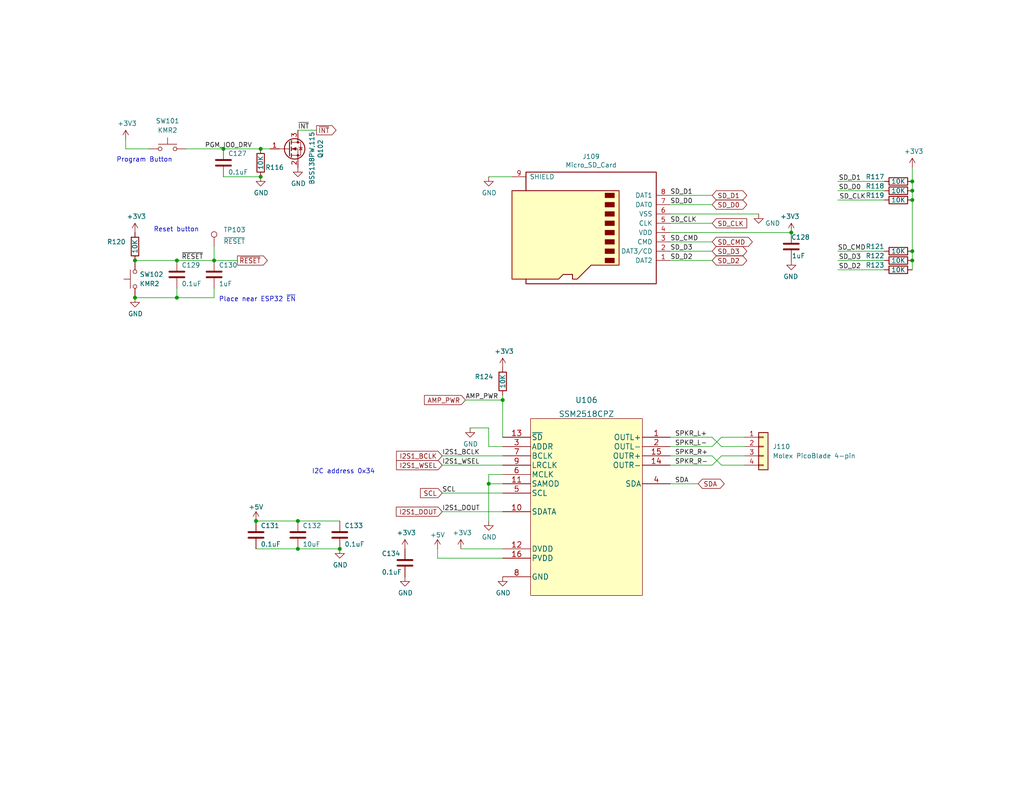
<source format=kicad_sch>
(kicad_sch (version 20211123) (generator eeschema)
  (paper "USLetter")
  (title_block (title "Wroom32 LED Controller") (date "2022-12-06") (rev "4.0.0") (company "Aaron Williams") (comment 1 "Copyright © 2020-2022 by Aaron Williams"))
  (lib_symbols
    (symbol "Aaron:SSM2518CPZ" (pin_names (offset 0.254))
      (property "Reference" "U" (at 0 27.94 0))
      (property "Value" "SSM2518CPZ" (at 0 25.4 0))
      (symbol "SSM2518CPZ_0_1"
        (rectangle (start -15.24 22.86) (end 15.24 -25.4) (fill (type background)))
      )
      (symbol "SSM2518CPZ_1_1"
        (pin output line (at 22.86 17.78 180) (length 7.62) (name "OUTL+") (number "1"))
        (pin input line (at -22.86 -2.54 0) (length 7.62) (name "SDATA") (number "10"))
        (pin input line (at -22.86 5.08 0) (length 7.62) (name "SAMOD") (number "11"))
        (pin power_in line (at -22.86 -12.7 0) (length 7.62) (name "DVDD") (number "12"))
        (pin input line (at -22.86 17.78 0) (length 7.62) (name "~{SD}") (number "13"))
        (pin output line (at 22.86 10.16 180) (length 7.62) (name "OUTR-") (number "14"))
        (pin output line (at 22.86 12.7 180) (length 7.62) (name "OUTR+") (number "15"))
        (pin power_in line (at -22.86 -15.24 0) (length 7.62) (name "PVDD") (number "16"))
        (pin passive line (at -22.86 -20.32 0) (length 7.62) hide (name "GND") (number "17"))
        (pin passive line (at -22.86 -20.32 0) (length 7.62) hide (name "GND") (number "18"))
        (pin passive line (at -22.86 -20.32 0) (length 7.62) hide (name "GND") (number "19"))
        (pin output line (at 22.86 15.24 180) (length 7.62) (name "OUTL-") (number "2"))
        (pin passive line (at -22.86 -15.24 0) (length 7.62) hide (name "PVDD") (number "20"))
        (pin passive line (at -22.86 -20.32 0) (length 7.62) hide (name "GND") (number "21"))
        (pin input line (at -22.86 15.24 0) (length 7.62) (name "ADDR") (number "3"))
        (pin bidirectional line (at 22.86 5.08 180) (length 7.62) (name "SDA") (number "4"))
        (pin input line (at -22.86 2.54 0) (length 7.62) (name "SCL") (number "5"))
        (pin input line (at -22.86 7.62 0) (length 7.62) (name "MCLK") (number "6"))
        (pin input line (at -22.86 12.7 0) (length 7.62) (name "BCLK") (number "7"))
        (pin power_in line (at -22.86 -20.32 0) (length 7.62) (name "GND") (number "8"))
        (pin input line (at -22.86 10.16 0) (length 7.62) (name "LRCLK") (number "9"))
      )
    )
    (symbol "Connector:TestPoint" (pin_numbers hide) (pin_names (offset 0.762) hide)
      (property "Reference" "TP" (at 0 6.858 0))
      (property "Value" "TestPoint" (at 0 5.08 0))
      (symbol "TestPoint_0_1"
        (circle (center 0 3.302) (radius 0.762))
      )
      (symbol "TestPoint_1_1"
        (pin passive line (at 0 0 90) (length 2.54) (name "1") (number "1"))
      )
    )
    (symbol "Connector_Generic:Conn_01x04" (pin_names (offset 1.016) hide)
      (property "Reference" "J" (at 0 5.08 0))
      (property "Value" "Conn_01x04" (at 0 -7.62 0))
      (symbol "Conn_01x04_1_1"
        (rectangle (start -1.27 -4.953) (end 0 -5.207) (stroke (width 0.1524)))
        (rectangle (start -1.27 -2.413) (end 0 -2.667) (stroke (width 0.1524)))
        (rectangle (start -1.27 0.127) (end 0 -0.127) (stroke (width 0.1524)))
        (rectangle (start -1.27 2.667) (end 0 2.413) (stroke (width 0.1524)))
        (rectangle (start -1.27 3.81) (end 1.27 -6.35) (stroke (width 0.254)) (fill (type background)))
        (pin passive line (at -5.08 2.54 0) (length 3.81) (name "Pin_1") (number "1"))
        (pin passive line (at -5.08 0 0) (length 3.81) (name "Pin_2") (number "2"))
        (pin passive line (at -5.08 -2.54 0) (length 3.81) (name "Pin_3") (number "3"))
        (pin passive line (at -5.08 -5.08 0) (length 3.81) (name "Pin_4") (number "4"))
      )
    )
    (symbol "Device:C" (pin_numbers hide) (pin_names (offset 0.254))
      (property "Reference" "C" (at 0.635 2.54 0))
      (property "Value" "C" (at 0.635 -2.54 0))
      (symbol "C_0_1"
        (polyline (pts (xy -2.032 -0.762) (xy 2.032 -0.762)) (stroke (width 0.508)))
        (polyline (pts (xy -2.032 0.762) (xy 2.032 0.762)) (stroke (width 0.508)))
      )
      (symbol "C_1_1"
        (pin passive line (at 0 3.81 270) (length 2.794) (name "~") (number "1"))
        (pin passive line (at 0 -3.81 90) (length 2.794) (name "~") (number "2"))
      )
    )
    (symbol "Device:R" (pin_numbers hide) (pin_names (offset 0))
      (property "Reference" "R" (at 2.032 0 90))
      (property "Value" "R" (at 0 0 90))
      (symbol "R_0_1"
        (rectangle (start -1.016 -2.54) (end 1.016 2.54) (stroke (width 0.254)))
      )
      (symbol "R_1_1"
        (pin passive line (at 0 3.81 270) (length 1.27) (name "~") (number "1"))
        (pin passive line (at 0 -3.81 90) (length 1.27) (name "~") (number "2"))
      )
    )
    (symbol "Switch:SW_Push" (pin_numbers hide) (pin_names (offset 1.016) hide)
      (property "Reference" "SW" (at 1.27 2.54 0))
      (property "Value" "SW_Push" (at 0 -1.524 0))
      (symbol "SW_Push_0_1"
        (circle (center -2.032 0) (radius 0.508))
        (polyline (pts (xy 0 1.27) (xy 0 3.048)))
        (polyline (pts (xy 2.54 1.27) (xy -2.54 1.27)))
        (circle (center 2.032 0) (radius 0.508))
        (pin passive line (at -5.08 0 0) (length 2.54) (name "1") (number "1"))
        (pin passive line (at 5.08 0 180) (length 2.54) (name "2") (number "2"))
      )
    )
    (symbol "Transistor_FET:BSS138" (pin_names hide)
      (property "Reference" "Q" (at 5.08 1.905 0))
      (property "Value" "BSS138" (at 5.08 0 0))
      (symbol "BSS138_0_1"
        (polyline (pts (xy 0.254 0) (xy -2.54 0)))
        (polyline (pts (xy 0.254 1.905) (xy 0.254 -1.905)) (stroke (width 0.254)))
        (polyline (pts (xy 0.762 -1.27) (xy 0.762 -2.286)) (stroke (width 0.254)))
        (polyline (pts (xy 0.762 0.508) (xy 0.762 -0.508)) (stroke (width 0.254)))
        (polyline (pts (xy 0.762 2.286) (xy 0.762 1.27)) (stroke (width 0.254)))
        (polyline (pts (xy 2.54 2.54) (xy 2.54 1.778)))
        (polyline (pts (xy 2.54 -2.54) (xy 2.54 0) (xy 0.762 0)))
        (polyline (pts (xy 0.762 -1.778) (xy 3.302 -1.778) (xy 3.302 1.778) (xy 0.762 1.778)))
        (polyline (pts (xy 1.016 0) (xy 2.032 0.381) (xy 2.032 -0.381) (xy 1.016 0)) (fill (type outline)))
        (polyline (pts (xy 2.794 0.508) (xy 2.921 0.381) (xy 3.683 0.381) (xy 3.81 0.254)))
        (polyline (pts (xy 3.302 0.381) (xy 2.921 -0.254) (xy 3.683 -0.254) (xy 3.302 0.381)))
        (circle (center 1.651 0) (radius 2.794) (stroke (width 0.254)))
        (circle (center 2.54 -1.778) (radius 0.254) (fill (type outline)))
        (circle (center 2.54 1.778) (radius 0.254) (fill (type outline)))
      )
      (symbol "BSS138_1_1"
        (pin input line (at -5.08 0 0) (length 2.54) (name "G") (number "1"))
        (pin passive line (at 2.54 -5.08 90) (length 2.54) (name "S") (number "2"))
        (pin passive line (at 2.54 5.08 270) (length 2.54) (name "D") (number "3"))
      )
    )
    (symbol "led-controller-wrover32-rescue:Micro_SD_Card-Connector" (pin_names (offset 1.016))
      (property "Reference" "J" (at -16.51 15.24 0))
      (property "Value" "Micro_SD_Card-Connector" (at 16.51 15.24 0))
      (symbol "Micro_SD_Card-Connector_0_1"
        (rectangle (start -7.62 -9.525) (end -5.08 -10.795) (fill (type outline)))
        (rectangle (start -7.62 -6.985) (end -5.08 -8.255) (fill (type outline)))
        (rectangle (start -7.62 -4.445) (end -5.08 -5.715) (fill (type outline)))
        (rectangle (start -7.62 -1.905) (end -5.08 -3.175) (fill (type outline)))
        (rectangle (start -7.62 0.635) (end -5.08 -0.635) (fill (type outline)))
        (rectangle (start -7.62 3.175) (end -5.08 1.905) (fill (type outline)))
        (rectangle (start -7.62 5.715) (end -5.08 4.445) (fill (type outline)))
        (rectangle (start -7.62 8.255) (end -5.08 6.985) (fill (type outline)))
        (polyline (pts (xy 16.51 12.7) (xy 16.51 13.97) (xy -19.05 13.97) (xy -19.05 -16.51) (xy 16.51 -16.51) (xy 16.51 -11.43)) (stroke (width 0.254)))
        (polyline (pts (xy -8.89 -11.43) (xy -8.89 8.89) (xy -1.27 8.89) (xy 2.54 12.7) (xy 3.81 12.7) (xy 3.81 11.43) (xy 6.35 11.43) (xy 7.62 12.7) (xy 20.32 12.7) (xy 20.32 -11.43) (xy -8.89 -11.43)) (stroke (width 0.254)) (fill (type background)))
      )
      (symbol "Micro_SD_Card-Connector_1_1"
        (pin bidirectional line (at -22.86 7.62 0) (length 3.81) (name "DAT2") (number "1"))
        (pin bidirectional line (at -22.86 5.08 0) (length 3.81) (name "DAT3/CD") (number "2"))
        (pin input line (at -22.86 2.54 0) (length 3.81) (name "CMD") (number "3"))
        (pin power_in line (at -22.86 0 0) (length 3.81) (name "VDD") (number "4"))
        (pin input line (at -22.86 -2.54 0) (length 3.81) (name "CLK") (number "5"))
        (pin power_in line (at -22.86 -5.08 0) (length 3.81) (name "VSS") (number "6"))
        (pin input line (at -22.86 -7.62 0) (length 3.81) (name "DAT0") (number "7"))
        (pin input line (at -22.86 -10.16 0) (length 3.81) (name "DAT1") (number "8"))
        (pin passive line (at 20.32 -15.24 180) (length 3.81) (name "SHIELD") (number "9"))
      )
    )
    (symbol "power:+3.3V" (power) (pin_names (offset 0))
      (property "Value" "+3.3V" (at 0 3.556 0))
      (symbol "+3.3V_0_1"
        (polyline (pts (xy -0.762 1.27) (xy 0 2.54)))
        (polyline (pts (xy 0 0) (xy 0 2.54)))
        (polyline (pts (xy 0 2.54) (xy 0.762 1.27)))
      )
      (symbol "+3.3V_1_1"
        (pin power_in line (at 0 0 90) (length 0) hide (name "+3V3") (number "1"))
      )
    )
    (symbol "power:+5V" (power) (pin_names (offset 0))
      (property "Value" "+5V" (at 0 3.556 0))
      (symbol "+5V_0_1"
        (polyline (pts (xy -0.762 1.27) (xy 0 2.54)))
        (polyline (pts (xy 0 0) (xy 0 2.54)))
        (polyline (pts (xy 0 2.54) (xy 0.762 1.27)))
      )
      (symbol "+5V_1_1"
        (pin power_in line (at 0 0 90) (length 0) hide (name "+5V") (number "1"))
      )
    )
    (symbol "power:GND" (power) (pin_names (offset 0))
      (property "Value" "GND" (at 0 -3.81 0))
      (symbol "GND_0_1"
        (polyline (pts (xy 0 0) (xy 0 -1.27) (xy 1.27 -1.27) (xy 0 -2.54) (xy -1.27 -1.27) (xy 0 -1.27)))
      )
      (symbol "GND_1_1"
        (pin power_in line (at 0 0 270) (length 0) hide (name "GND") (number "1"))
      )
    )
  )
  (junction (at 71.12 40.64))
  (junction (at 248.92 54.61))
  (junction (at 137.16 109.22))
  (junction (at 248.92 52.07))
  (junction (at 248.92 71.12))
  (junction (at 81.28 149.86))
  (junction (at 36.83 71.12))
  (junction (at 48.26 81.28))
  (junction (at 60.96 40.64))
  (junction (at 133.35 132.08))
  (junction (at 69.85 142.24))
  (junction (at 71.12 48.26))
  (junction (at 215.9 63.5))
  (junction (at 81.28 142.24))
  (junction (at 48.26 71.12))
  (junction (at 58.42 71.12))
  (junction (at 248.92 49.53))
  (junction (at 248.92 68.58))
  (junction (at 36.83 81.28))
  (junction (at 92.71 149.86))
  (wire (pts (xy 182.88 121.92) (xy 194.31 121.92)))
  (wire (pts (xy 248.92 49.53) (xy 248.92 52.07)))
  (wire (pts (xy 182.88 60.96) (xy 194.31 60.96)))
  (wire (pts (xy 36.83 81.28) (xy 48.26 81.28)))
  (wire (pts (xy 241.3 49.53) (xy 228.6 49.53)))
  (wire (pts (xy 119.38 149.86) (xy 119.38 152.4)))
  (wire (pts (xy 194.31 121.92) (xy 196.85 119.38)))
  (wire (pts (xy 196.85 124.46) (xy 203.2 124.46)))
  (wire (pts (xy 228.6 71.12) (xy 241.3 71.12)))
  (wire (pts (xy 133.35 121.92) (xy 137.16 121.92)))
  (wire (pts (xy 92.71 142.24) (xy 81.28 142.24)))
  (wire (pts (xy 182.88 124.46) (xy 194.31 124.46)))
  (wire (pts (xy 120.65 127) (xy 137.16 127)))
  (wire (pts (xy 120.65 124.46) (xy 137.16 124.46)))
  (wire (pts (xy 120.65 134.62) (xy 137.16 134.62)))
  (wire (pts (xy 133.35 129.54) (xy 133.35 132.08)))
  (wire (pts (xy 73.66 40.64) (xy 71.12 40.64)))
  (wire (pts (xy 60.96 40.64) (xy 71.12 40.64)))
  (wire (pts (xy 194.31 119.38) (xy 196.85 121.92)))
  (wire (pts (xy 137.16 132.08) (xy 133.35 132.08)))
  (wire (pts (xy 128.27 116.84) (xy 133.35 116.84)))
  (wire (pts (xy 228.6 73.66) (xy 241.3 73.66)))
  (wire (pts (xy 48.26 71.12) (xy 58.42 71.12)))
  (wire (pts (xy 92.71 149.86) (xy 81.28 149.86)))
  (wire (pts (xy 120.65 139.7) (xy 137.16 139.7)))
  (wire (pts (xy 58.42 67.31) (xy 58.42 71.12)))
  (wire (pts (xy 119.38 152.4) (xy 137.16 152.4)))
  (wire (pts (xy 248.92 68.58) (xy 248.92 71.12)))
  (wire (pts (xy 196.85 127) (xy 203.2 127)))
  (wire (pts (xy 228.6 54.61) (xy 241.3 54.61)))
  (wire (pts (xy 81.28 149.86) (xy 69.85 149.86)))
  (wire (pts (xy 194.31 127) (xy 196.85 124.46)))
  (wire (pts (xy 36.83 71.12) (xy 48.26 71.12)))
  (wire (pts (xy 133.35 48.26) (xy 139.7 48.26)))
  (wire (pts (xy 133.35 116.84) (xy 133.35 121.92)))
  (wire (pts (xy 248.92 54.61) (xy 248.92 68.58)))
  (wire (pts (xy 228.6 68.58) (xy 241.3 68.58)))
  (wire (pts (xy 182.88 132.08) (xy 190.5 132.08)))
  (wire (pts (xy 81.28 35.56) (xy 86.36 35.56)))
  (wire (pts (xy 248.92 71.12) (xy 248.92 73.66)))
  (wire (pts (xy 194.31 124.46) (xy 196.85 127)))
  (wire (pts (xy 196.85 121.92) (xy 203.2 121.92)))
  (wire (pts (xy 81.28 142.24) (xy 69.85 142.24)))
  (wire (pts (xy 182.88 55.88) (xy 194.31 55.88)))
  (wire (pts (xy 137.16 119.38) (xy 137.16 109.22)))
  (wire (pts (xy 196.85 119.38) (xy 203.2 119.38)))
  (wire (pts (xy 228.6 52.07) (xy 241.3 52.07)))
  (wire (pts (xy 60.96 48.26) (xy 71.12 48.26)))
  (wire (pts (xy 182.88 127) (xy 194.31 127)))
  (wire (pts (xy 125.73 149.86) (xy 137.16 149.86)))
  (wire (pts (xy 58.42 71.12) (xy 64.77 71.12)))
  (wire (pts (xy 182.88 119.38) (xy 194.31 119.38)))
  (wire (pts (xy 248.92 52.07) (xy 248.92 54.61)))
  (wire (pts (xy 127 109.22) (xy 137.16 109.22)))
  (wire (pts (xy 182.88 66.04) (xy 194.31 66.04)))
  (wire (pts (xy 182.88 63.5) (xy 215.9 63.5)))
  (wire (pts (xy 182.88 71.12) (xy 194.31 71.12)))
  (wire (pts (xy 58.42 81.28) (xy 48.26 81.28)))
  (wire (pts (xy 137.16 107.95) (xy 137.16 109.22)))
  (wire (pts (xy 34.29 40.64) (xy 40.64 40.64)))
  (wire (pts (xy 182.88 53.34) (xy 194.31 53.34)))
  (wire (pts (xy 182.88 68.58) (xy 194.31 68.58)))
  (wire (pts (xy 50.8 40.64) (xy 60.96 40.64)))
  (wire (pts (xy 34.29 40.64) (xy 34.29 38.1)))
  (wire (pts (xy 137.16 129.54) (xy 133.35 129.54)))
  (wire (pts (xy 48.26 78.74) (xy 48.26 81.28)))
  (wire (pts (xy 133.35 132.08) (xy 133.35 142.24)))
  (wire (pts (xy 182.88 58.42) (xy 207.01 58.42)))
  (wire (pts (xy 248.92 45.72) (xy 248.92 49.53)))
  (wire (pts (xy 58.42 78.74) (xy 58.42 81.28)))
  (text "Program Button" (at 31.75 44.45 0) (effects (font (size 1.27 1.27)) (justify left bottom)))
  (text "Place near ESP32 ~{EN}" (at 59.69 82.55 0) (effects (font (size 1.27 1.27)) (justify left bottom)))
  (text "Reset button" (at 41.91 63.5 0) (effects (font (size 1.27 1.27)) (justify left bottom)))
  (text "I2C address 0x34" (at 85.09 129.54 0) (effects (font (size 1.27 1.27)) (justify left bottom)))
  (label "I2S1_BCLK" (at 120.65 124.46 0))
  (label "SPKR_L+" (at 184.15 119.38 0))
  (label "SD_D3" (at 182.88 68.58 0))
  (label "SD_CLK" (at 182.88 60.96 0))
  (label "PGM_IO0_DRV" (at 55.88 40.64 0))
  (label "AMP_PWR" (at 127 109.22 0))
  (label "I2S1_WSEL" (at 120.65 127 0))
  (label "SD_CMD" (at 182.88 66.04 0))
  (label "SD_D2" (at 182.88 71.12 0))
  (label "I2S1_DOUT" (at 120.65 139.7 0))
  (label "SD_D1" (at 234.95 49.53 180))
  (label "SD_D1" (at 182.88 53.34 0))
  (label "SPKR_R+" (at 184.15 124.46 0))
  (label "SD_D3" (at 234.95 71.12 180))
  (label "SD_CLK" (at 236.22 54.61 180))
  (label "SD_D2" (at 234.95 73.66 180))
  (label "SD_D0" (at 234.95 52.07 180))
  (label "~{RESET}" (at 49.53 71.12 0))
  (label "SPKR_L-" (at 184.15 121.92 0))
  (label "SPKR_R-" (at 184.15 127 0))
  (label "SD_CMD" (at 236.22 68.58 180))
  (label "~{INT}" (at 81.28 35.56 0))
  (label "SD_D0" (at 182.88 55.88 0))
  (label "SDA" (at 184.15 132.08 0))
  (label "SCL" (at 120.65 134.62 0))
  (global_label "SD_D3" (shape bidirectional) (at 194.31 68.58 0) (property "Intersheet References" "${INTERSHEET_REFS}" (effects hide)))
  (global_label "~{INT}" (shape output) (at 86.36 35.56 0) (property "Intersheet References" "${INTERSHEET_REFS}" (effects hide)))
  (global_label "SD_CLK" (shape input) (at 194.31 60.96 0) (property "Intersheet References" "${INTERSHEET_REFS}" (effects hide)))
  (global_label "SDA" (shape bidirectional) (at 190.5 132.08 0) (property "Intersheet References" "${INTERSHEET_REFS}" (effects hide)))
  (global_label "SCL" (shape input) (at 120.65 134.62 180) (property "Intersheet References" "${INTERSHEET_REFS}" (effects hide)))
  (global_label "AMP_PWR" (shape input) (at 127 109.22 180) (property "Intersheet References" "${INTERSHEET_REFS}" (effects hide)))
  (global_label "I2S1_BCLK" (shape input) (at 120.65 124.46 180) (property "Intersheet References" "${INTERSHEET_REFS}" (effects hide)))
  (global_label "SD_CMD" (shape bidirectional) (at 194.31 66.04 0) (property "Intersheet References" "${INTERSHEET_REFS}" (effects hide)))
  (global_label "SD_D2" (shape bidirectional) (at 194.31 71.12 0) (property "Intersheet References" "${INTERSHEET_REFS}" (effects hide)))
  (global_label "SD_D1" (shape bidirectional) (at 194.31 53.34 0) (property "Intersheet References" "${INTERSHEET_REFS}" (effects hide)))
  (global_label "SD_D0" (shape bidirectional) (at 194.31 55.88 0) (property "Intersheet References" "${INTERSHEET_REFS}" (effects hide)))
  (global_label "I2S1_WSEL" (shape input) (at 120.65 127 180) (property "Intersheet References" "${INTERSHEET_REFS}" (effects hide)))
  (global_label "I2S1_DOUT" (shape input) (at 120.65 139.7 180) (property "Intersheet References" "${INTERSHEET_REFS}" (effects hide)))
  (global_label "~{RESET}" (shape output) (at 64.77 71.12 0) (property "Intersheet References" "${INTERSHEET_REFS}" (effects hide)))
  (symbol (lib_id "Device:C") (at 60.96 44.45 0) (unit 1)
    (property "Reference" "C127" (at 62.23 41.91 0) (effects (justify left)))
    (property "Value" "0.1uF" (at 62.23 46.99 0) (effects (justify left)))
    (property "Footprint" "Capacitor_SMD:C_0402_1005Metric" (effects hide))
    (property "SPR" "Digikey" (effects hide))
  )
  (symbol (lib_id "power:GND") (at 71.12 48.26 0) (unit 1)
    (property "Reference" "#PWR0157" (effects hide))
    (property "Value" "GND" (at 71.247 52.6542 0))
  )
  (symbol (lib_id "power:+3.3V") (at 34.29 38.1 0) (unit 1)
    (property "Reference" "#PWR0154" (effects hide))
    (property "Value" "+3.3V" (at 34.671 33.7058 0))
  )
  (symbol (lib_id "power:GND") (at 81.28 45.72 0) (unit 1)
    (property "Reference" "#PWR0155" (effects hide))
    (property "Value" "GND" (at 81.407 50.1142 0))
  )
  (symbol (lib_id "power:+3.3V") (at 36.83 63.5 0) (unit 1)
    (property "Reference" "#PWR0160" (effects hide))
    (property "Value" "+3.3V" (at 37.211 59.1058 0))
  )
  (symbol (lib_id "Device:C") (at 58.42 74.93 0) (unit 1)
    (property "Reference" "C130" (at 59.69 72.39 0) (effects (justify left)))
    (property "Value" "1uF" (at 59.69 77.47 0) (effects (justify left)))
    (property "Footprint" "Capacitor_SMD:C_0402_1005Metric" (effects hide))
    (property "DESC" "CAP CER 1UF 25V X5R 0402" (effects hide))
    (property "Digi-Key_PN" "490-GRM155R61E105MA12JCT-ND" (effects hide))
    (property "MANUFACTURER" "Murata Electronics" (effects hide))
    (property "MFR" "Murata Electronics" (effects hide))
    (property "MPN" "GRM155R61E105MA12J" (effects hide))
    (property "Manufacturer" "Murata Electronics" (effects hide))
    (property "Manufacturer Part Number" "GRM155R61E105MA12J" (effects hide))
    (property "SPN" "490-GRM155R61E105MA12JCT-ND" (effects hide))
    (property "SPR" "Digikey" (effects hide))
    (property "SPURL" "https://www.digikey.com/en/products/detail/murata-electronics/GRM155R61E105MA12J/16033918" (effects hide))
  )
  (symbol (lib_id "power:GND") (at 36.83 81.28 0) (unit 1)
    (property "Reference" "#PWR0163" (effects hide))
    (property "Value" "GND" (at 36.957 85.6742 0))
  )
  (symbol (lib_id "Transistor_FET:BSS138") (at 78.74 40.64 0) (unit 1)
    (property "Reference" "Q102" (at 87.4268 40.64 90))
    (property "Value" "BSS138PW,115" (at 85.09 43.18 90))
    (property "Footprint" "Package_TO_SOT_SMD:SOT-323_SC-70" (effects hide))
    (property "Datasheet" "https://assets.nexperia.com/documents/data-sheet/BSS138PW.pdf" (effects hide))
    (property "MFR" "Nexperia USA Inc." (effects hide))
    (property "MPN" "BSS138PW,115" (effects hide))
    (property "SPR" "Digikey" (effects hide))
    (property "SPN" "1727-1143-1-ND" (effects hide))
    (property "SPURL" "https://www.digikey.com/en/products/detail/nexperia-usa-inc/BSS138PW-115/2779826" (effects hide))
    (property "DESC" "N-Channel 60 V 320mA (Ta) 260mW (Ta), 830mW (Tc) Surface Mount SOT-323" (effects hide))
    (property "DK_Detail_Page" "https://www.digikey.com/en/products/detail/nexperia-usa-inc/BSS138PW-115/2779826" (effects hide))
    (property "Description" "MOSFET N-CH 60V 320MA SOT323" (effects hide))
    (property "Digi-Key_PN" "1727-1143-1-ND" (effects hide))
    (property "MANUFACTURER" "Nexperia USA Inc." (effects hide))
    (property "Manufacturer" "Nexperia USA Inc." (effects hide))
    (property "Manufacturer Part Number" "BSS138PW,115" (effects hide))
  )
  (symbol (lib_id "power:GND") (at 110.49 157.48 0) (unit 1)
    (property "Reference" "#PWR0172" (effects hide))
    (property "Value" "GND" (at 110.617 161.8742 0))
  )
  (symbol (lib_id "Device:R") (at 245.11 49.53 90) (unit 1)
    (property "Reference" "R117" (at 238.76 48.26 90))
    (property "Value" "10K" (at 245.11 49.53 90))
    (property "Footprint" "Resistor_SMD:R_0402_1005Metric" (effects hide))
    (property "MFR" "YAGEO" (effects hide))
    (property "MPN" "RC0402FR-0710KL" (effects hide))
    (property "SPR" "Digikey" (effects hide))
    (property "SPN" "311-10.0KLRCT-ND" (effects hide))
    (property "SPURL" "https://www.digikey.com/en/products/detail/yageo/RC0402FR-0710KL/726523" (effects hide))
    (property "DESC" "10 kOhms ±1% 0.063W, 1/16W Chip Resistor 0402 (1005 Metric) Moisture Resistant Thick Film" (effects hide))
    (property "Description" "10 kOhms ±1% 0.063W, 1/16W Chip Resistor 0402 (1005 Metric) Moisture Resistant Thick Film" (effects hide))
    (property "Digi-Key_PN" "311-10.0KLRCT-ND" (effects hide))
    (property "MANUFACTURER" "YAGEO" (effects hide))
    (property "Manufacturer" "YAGEO" (effects hide))
    (property "Manufacturer Part Number" "RC0402FR-0710KL" (effects hide))
  )
  (symbol (lib_id "power:+3.3V") (at 248.92 45.72 0) (unit 1)
    (property "Reference" "#PWR0156" (effects hide))
    (property "Value" "+3.3V" (at 249.301 41.3258 0))
  )
  (symbol (lib_id "power:GND") (at 128.27 116.84 0) (unit 1)
    (property "Reference" "#PWR0165" (effects hide))
    (property "Value" "GND" (at 128.397 121.2342 0))
  )
  (symbol (lib_id "Device:C") (at 69.85 146.05 0) (unit 1)
    (property "Reference" "C131" (at 71.12 143.51 0) (effects (justify left)))
    (property "Value" "0.1uF" (at 71.12 148.59 0) (effects (justify left)))
    (property "Footprint" "Capacitor_SMD:C_0402_1005Metric" (effects hide))
    (property "SPR" "Digikey" (effects hide))
  )
  (symbol (lib_id "Connector_Generic:Conn_01x04") (at 208.28 121.92 0) (unit 1)
    (property "Reference" "J110" (at 210.82 121.9199 0) (effects (justify left)))
    (property "Value" "Molex PicoBlade 4-pin" (at 210.82 124.4599 0) (effects (justify left)))
    (property "Footprint" "Connector_Molex:Molex_PicoBlade_53047-0410_1x04_P1.25mm_Vertical" (effects hide))
    (property "Datasheet" "https://www.digikey.com/en/products/detail/molex/0530470460/www.molex.com/pdm_docs/sd/530470460_sd.pdf" (effects hide))
    (property "DESC" "Connector Header Through Hole 4 position 0.049\" (1.25mm)" (effects hide))
    (property "Description" "Connector Header Through Hole 4 position 0.049\" (1.25mm)" (effects hide))
    (property "MANUFACTURER" "Molex" (effects hide))
    (property "MFR" "Molex" (effects hide))
    (property "MPN" "0530470460" (effects hide))
    (property "Manufacturer" "Molex" (effects hide))
    (property "Manufacturer Part Number" "0530470460" (effects hide))
    (property "SPN" "900-0530470460-ND" (effects hide))
    (property "SPR" "Digikey" (effects hide))
    (property "SPURL" "https://www.digikey.com/en/products/detail/molex/0530470460/15622924" (effects hide))
  )
  (symbol (lib_id "Device:R") (at 245.11 71.12 90) (unit 1)
    (property "Reference" "R122" (at 238.76 69.85 90))
    (property "Value" "10K" (at 245.11 71.12 90))
    (property "Footprint" "Resistor_SMD:R_0402_1005Metric" (effects hide))
    (property "MFR" "YAGEO" (effects hide))
    (property "MPN" "RC0402FR-0710KL" (effects hide))
    (property "SPR" "Digikey" (effects hide))
    (property "SPN" "311-10.0KLRCT-ND" (effects hide))
    (property "SPURL" "https://www.digikey.com/en/products/detail/yageo/RC0402FR-0710KL/726523" (effects hide))
    (property "DESC" "10 kOhms ±1% 0.063W, 1/16W Chip Resistor 0402 (1005 Metric) Moisture Resistant Thick Film" (effects hide))
    (property "Description" "10 kOhms ±1% 0.063W, 1/16W Chip Resistor 0402 (1005 Metric) Moisture Resistant Thick Film" (effects hide))
    (property "Digi-Key_PN" "311-10.0KLRCT-ND" (effects hide))
    (property "MANUFACTURER" "YAGEO" (effects hide))
    (property "Manufacturer" "YAGEO" (effects hide))
    (property "Manufacturer Part Number" "RC0402FR-0710KL" (effects hide))
  )
  (symbol (lib_id "Device:R") (at 245.11 54.61 90) (unit 1)
    (property "Reference" "R119" (at 238.76 53.34 90))
    (property "Value" "10K" (at 245.11 54.61 90))
    (property "Footprint" "Resistor_SMD:R_0402_1005Metric" (effects hide))
    (property "MFR" "YAGEO" (effects hide))
    (property "MPN" "RC0402FR-0710KL" (effects hide))
    (property "SPR" "Digikey" (effects hide))
    (property "SPN" "311-10.0KLRCT-ND" (effects hide))
    (property "SPURL" "https://www.digikey.com/en/products/detail/yageo/RC0402FR-0710KL/726523" (effects hide))
    (property "DESC" "10 kOhms ±1% 0.063W, 1/16W Chip Resistor 0402 (1005 Metric) Moisture Resistant Thick Film" (effects hide))
    (property "Description" "10 kOhms ±1% 0.063W, 1/16W Chip Resistor 0402 (1005 Metric) Moisture Resistant Thick Film" (effects hide))
    (property "Digi-Key_PN" "311-10.0KLRCT-ND" (effects hide))
    (property "MANUFACTURER" "YAGEO" (effects hide))
    (property "Manufacturer" "YAGEO" (effects hide))
    (property "Manufacturer Part Number" "RC0402FR-0710KL" (effects hide))
  )
  (symbol (lib_id "Device:R") (at 245.11 73.66 90) (unit 1)
    (property "Reference" "R123" (at 238.76 72.39 90))
    (property "Value" "10K" (at 245.11 73.66 90))
    (property "Footprint" "Resistor_SMD:R_0402_1005Metric" (effects hide))
    (property "MFR" "YAGEO" (effects hide))
    (property "MPN" "RC0402FR-0710KL" (effects hide))
    (property "SPR" "Digikey" (effects hide))
    (property "SPN" "311-10.0KLRCT-ND" (effects hide))
    (property "SPURL" "https://www.digikey.com/en/products/detail/yageo/RC0402FR-0710KL/726523" (effects hide))
    (property "DESC" "10 kOhms ±1% 0.063W, 1/16W Chip Resistor 0402 (1005 Metric) Moisture Resistant Thick Film" (effects hide))
    (property "Description" "10 kOhms ±1% 0.063W, 1/16W Chip Resistor 0402 (1005 Metric) Moisture Resistant Thick Film" (effects hide))
    (property "Digi-Key_PN" "311-10.0KLRCT-ND" (effects hide))
    (property "MANUFACTURER" "YAGEO" (effects hide))
    (property "Manufacturer" "YAGEO" (effects hide))
    (property "Manufacturer Part Number" "RC0402FR-0710KL" (effects hide))
  )
  (symbol (lib_id "Device:R") (at 137.16 104.14 0) (unit 1)
    (property "Reference" "R124" (at 132.08 102.87 0))
    (property "Value" "10K" (at 137.16 104.14 90))
    (property "Footprint" "Resistor_SMD:R_0402_1005Metric" (effects hide))
    (property "MFR" "YAGEO" (effects hide))
    (property "MPN" "RC0402FR-0710KL" (effects hide))
    (property "SPR" "Digikey" (effects hide))
    (property "SPN" "311-10.0KLRCT-ND" (effects hide))
    (property "SPURL" "https://www.digikey.com/en/products/detail/yageo/RC0402FR-0710KL/726523" (effects hide))
    (property "DESC" "10 kOhms ±1% 0.063W, 1/16W Chip Resistor 0402 (1005 Metric) Moisture Resistant Thick Film" (effects hide))
    (property "Description" "10 kOhms ±1% 0.063W, 1/16W Chip Resistor 0402 (1005 Metric) Moisture Resistant Thick Film" (effects hide))
    (property "Digi-Key_PN" "311-10.0KLRCT-ND" (effects hide))
    (property "MANUFACTURER" "YAGEO" (effects hide))
    (property "Manufacturer" "YAGEO" (effects hide))
    (property "Manufacturer Part Number" "RC0402FR-0710KL" (effects hide))
  )
  (symbol (lib_id "Device:R") (at 36.83 67.31 0) (unit 1)
    (property "Reference" "R120" (at 31.75 66.04 0))
    (property "Value" "10K" (at 36.83 67.31 90))
    (property "Footprint" "Resistor_SMD:R_0402_1005Metric" (effects hide))
    (property "MFR" "YAGEO" (effects hide))
    (property "MPN" "RC0402FR-0710KL" (effects hide))
    (property "SPR" "Digikey" (effects hide))
    (property "SPN" "311-10.0KLRCT-ND" (effects hide))
    (property "SPURL" "https://www.digikey.com/en/products/detail/yageo/RC0402FR-0710KL/726523" (effects hide))
    (property "DESC" "10 kOhms ±1% 0.063W, 1/16W Chip Resistor 0402 (1005 Metric) Moisture Resistant Thick Film" (effects hide))
    (property "Description" "10 kOhms ±1% 0.063W, 1/16W Chip Resistor 0402 (1005 Metric) Moisture Resistant Thick Film" (effects hide))
    (property "Digi-Key_PN" "311-10.0KLRCT-ND" (effects hide))
    (property "MANUFACTURER" "YAGEO" (effects hide))
    (property "Manufacturer" "YAGEO" (effects hide))
    (property "Manufacturer Part Number" "RC0402FR-0710KL" (effects hide))
  )
  (symbol (lib_id "Device:C") (at 81.28 146.05 0) (unit 1)
    (property "Reference" "C132" (at 82.55 143.51 0) (effects (justify left)))
    (property "Value" "10uF" (at 82.55 148.59 0) (effects (justify left)))
    (property "Footprint" "Capacitor_SMD:C_0402_1005Metric" (effects hide))
    (property "MFR" "Samsung Electro-Mechanics" (effects hide))
    (property "DESC" "10 µF ±20% 10V Ceramic Capacitor X5R 0402 (1005 Metric)" (effects hide))
    (property "DK_Datasheet_Link" "https://media.digikey.com/pdf/Data%20Sheets/Samsung%20PDFs/CL05A106MP5NUNC_Spec.pdf" (effects hide))
    (property "DK_Detail_Page" "https://www.digikey.com/en/products/detail/samsung-electro-mechanics/CL05A106MP5NUNC/3887108" (effects hide))
    (property "Digi-Key_PN" "1276-1450-1-ND" (effects hide))
    (property "MANUFACTURER" "Samsung Electro-Mechanics" (effects hide))
    (property "Manufacturer" "Samsung Electro-Mechanics" (effects hide))
  )
  (symbol (lib_id "Device:R") (at 71.12 44.45 180) (unit 1)
    (property "Reference" "R116" (at 74.93 45.72 0))
    (property "Value" "10K" (at 71.12 44.45 90))
    (property "Footprint" "Resistor_SMD:R_0402_1005Metric" (effects hide))
    (property "MFR" "YAGEO" (effects hide))
    (property "MPN" "RC0402FR-0710KL" (effects hide))
    (property "SPR" "Digikey" (effects hide))
    (property "SPN" "311-10.0KLRCT-ND" (effects hide))
    (property "SPURL" "https://www.digikey.com/en/products/detail/yageo/RC0402FR-0710KL/726523" (effects hide))
    (property "DESC" "10 kOhms ±1% 0.063W, 1/16W Chip Resistor 0402 (1005 Metric) Moisture Resistant Thick Film" (effects hide))
    (property "Description" "10 kOhms ±1% 0.063W, 1/16W Chip Resistor 0402 (1005 Metric) Moisture Resistant Thick Film" (effects hide))
    (property "Digi-Key_PN" "311-10.0KLRCT-ND" (effects hide))
    (property "MANUFACTURER" "YAGEO" (effects hide))
    (property "Manufacturer" "YAGEO" (effects hide))
    (property "Manufacturer Part Number" "RC0402FR-0710KL" (effects hide))
  )
  (symbol (lib_id "Switch:SW_Push") (at 45.72 40.64 0) (unit 1)
    (property "Reference" "SW101" (at 45.72 33.02 0))
    (property "Value" "KMR2" (at 45.72 35.56 0))
    (property "Footprint" "Button_Switch_SMD:SW_Push_1P1T_NO_CK_KMR2" (effects hide))
  )
  (symbol (lib_id "Device:R") (at 245.11 68.58 90) (unit 1)
    (property "Reference" "R121" (at 238.76 67.31 90))
    (property "Value" "10K" (at 245.11 68.58 90))
    (property "Footprint" "Resistor_SMD:R_0402_1005Metric" (effects hide))
    (property "MFR" "YAGEO" (effects hide))
    (property "MPN" "RC0402FR-0710KL" (effects hide))
    (property "SPR" "Digikey" (effects hide))
    (property "SPN" "311-10.0KLRCT-ND" (effects hide))
    (property "SPURL" "https://www.digikey.com/en/products/detail/yageo/RC0402FR-0710KL/726523" (effects hide))
    (property "DESC" "10 kOhms ±1% 0.063W, 1/16W Chip Resistor 0402 (1005 Metric) Moisture Resistant Thick Film" (effects hide))
    (property "Description" "10 kOhms ±1% 0.063W, 1/16W Chip Resistor 0402 (1005 Metric) Moisture Resistant Thick Film" (effects hide))
    (property "Digi-Key_PN" "311-10.0KLRCT-ND" (effects hide))
    (property "MANUFACTURER" "YAGEO" (effects hide))
    (property "Manufacturer" "YAGEO" (effects hide))
    (property "Manufacturer Part Number" "RC0402FR-0710KL" (effects hide))
  )
  (symbol (lib_id "Device:C") (at 48.26 74.93 0) (unit 1)
    (property "Reference" "C129" (at 49.53 72.39 0) (effects (justify left)))
    (property "Value" "0.1uF" (at 49.53 77.47 0) (effects (justify left)))
    (property "Footprint" "Capacitor_SMD:C_0402_1005Metric" (effects hide))
    (property "SPR" "Digikey" (effects hide))
  )
  (symbol (lib_id "Switch:SW_Push") (at 36.83 76.2 90) (unit 1)
    (property "Reference" "SW102" (at 38.1 74.9299 90) (effects (justify right)))
    (property "Value" "KMR2" (at 38.1 77.4699 90) (effects (justify right)))
    (property "Footprint" "Button_Switch_SMD:SW_Push_1P1T_NO_CK_KMR2" (effects hide))
  )
  (symbol (lib_id "power:+5V") (at 119.38 149.86 0) (unit 1)
    (property "Reference" "#PWR0170" (effects hide))
    (property "Value" "+5V" (at 119.38 146.05 0))
  )
  (symbol (lib_id "power:+3.3V") (at 215.9 63.5 0) (mirror y) (unit 1)
    (property "Reference" "#PWR0161" (effects hide))
    (property "Value" "+3.3V" (at 215.519 59.1058 0))
  )
  (symbol (lib_id "power:GND") (at 133.35 142.24 0) (unit 1)
    (property "Reference" "#PWR0167" (effects hide))
    (property "Value" "GND" (at 133.477 146.6342 0))
  )
  (symbol (lib_id "power:GND") (at 215.9 71.12 0) (mirror y) (unit 1)
    (property "Reference" "#PWR0162" (effects hide))
    (property "Value" "GND" (at 215.773 75.5142 0))
  )
  (symbol (lib_id "Device:R") (at 245.11 52.07 90) (unit 1)
    (property "Reference" "R118" (at 238.76 50.8 90))
    (property "Value" "10K" (at 245.11 52.07 90))
    (property "Footprint" "Resistor_SMD:R_0402_1005Metric" (effects hide))
    (property "MFR" "YAGEO" (effects hide))
    (property "MPN" "RC0402FR-0710KL" (effects hide))
    (property "SPR" "Digikey" (effects hide))
    (property "SPN" "311-10.0KLRCT-ND" (effects hide))
    (property "SPURL" "https://www.digikey.com/en/products/detail/yageo/RC0402FR-0710KL/726523" (effects hide))
    (property "DESC" "10 kOhms ±1% 0.063W, 1/16W Chip Resistor 0402 (1005 Metric) Moisture Resistant Thick Film" (effects hide))
    (property "Description" "10 kOhms ±1% 0.063W, 1/16W Chip Resistor 0402 (1005 Metric) Moisture Resistant Thick Film" (effects hide))
    (property "Digi-Key_PN" "311-10.0KLRCT-ND" (effects hide))
    (property "MANUFACTURER" "YAGEO" (effects hide))
    (property "Manufacturer" "YAGEO" (effects hide))
    (property "Manufacturer Part Number" "RC0402FR-0710KL" (effects hide))
  )
  (symbol (lib_id "power:GND") (at 207.01 58.42 0) (mirror y) (unit 1)
    (property "Reference" "#PWR0159" (effects hide))
    (property "Value" "GND" (at 210.82 60.96 0))
  )
  (symbol (lib_id "Device:C") (at 92.71 146.05 0) (unit 1)
    (property "Reference" "C133" (at 93.98 143.51 0) (effects (justify left)))
    (property "Value" "0.1uF" (at 93.98 148.59 0) (effects (justify left)))
    (property "Footprint" "Capacitor_SMD:C_0402_1005Metric" (effects hide))
    (property "SPR" "Digikey" (effects hide))
  )
  (symbol (lib_id "Aaron:SSM2518CPZ") (at 160.02 137.16 0) (unit 1)
    (property "Reference" "U106" (at 160.02 109.22 0) (effects (font (size 1.524 1.524))))
    (property "Value" "SSM2518CPZ" (at 160.02 113.03 0) (effects (font (size 1.524 1.524))))
    (property "Footprint" "Package_CSP:LFCSP-20-1EP_4x4mm_P0.5mm_EP2.6x2.6mm" (effects hide))
    (property "Datasheet" "https://www.analog.com/media/en/technical-documentation/data-sheets/SSM2518.pdf" (effects hide))
    (property "MFR" "Analog Devices Inc." (effects hide))
    (property "MPN" "SSM2518CPZ" (effects hide))
    (property "SPR" "Digikey" (effects hide))
    (property "SPN" "505-SSM2518CPZ-ND" (effects hide))
    (property "SPURL" "https://www.digikey.com/en/products/detail/analog-devices-inc/SSM2518CPZ/3043353" (effects hide))
    (property "Description" "Amplifier IC 2-Channel (Stereo) Class D 20-LFCSP (4x4)" (effects hide))
  )
  (symbol (lib_id "power:+3.3V") (at 125.73 149.86 0) (unit 1)
    (property "Reference" "#PWR0171" (effects hide))
    (property "Value" "+3.3V" (at 126.111 145.4658 0))
  )
  (symbol (lib_id "Connector:TestPoint") (at 58.42 67.31 0) (unit 1) (in_bom no)
    (property "Reference" "TP103" (at 60.96 62.7379 0) (effects (justify left)))
    (property "Value" "~{RESET}" (at 60.96 65.9129 0) (effects (justify left)))
    (property "Footprint" "TestPoint:TestPoint_Pad_1.0x1.0mm" (effects hide))
  )
  (symbol (lib_id "power:GND") (at 137.16 157.48 0) (unit 1)
    (property "Reference" "#PWR0173" (effects hide))
    (property "Value" "GND" (at 137.287 161.8742 0))
  )
  (symbol (lib_id "power:+5V") (at 69.85 142.24 0) (unit 1)
    (property "Reference" "#PWR0166" (effects hide))
    (property "Value" "+5V" (at 69.85 138.43 0))
  )
  (symbol (lib_id "Device:C") (at 215.9 67.31 0) (mirror y) (unit 1)
    (property "Reference" "C128" (at 220.98 64.77 0) (effects (justify left)))
    (property "Value" "1uF" (at 219.71 69.85 0) (effects (justify left)))
    (property "Footprint" "Capacitor_SMD:C_0402_1005Metric" (effects hide))
    (property "MFR" "Murata Electronics" (effects hide))
    (property "MPN" "GRM155R61E105MA12J" (effects hide))
    (property "SPR" "Digikey" (effects hide))
    (property "SPN" "490-GRM155R61E105MA12JCT-ND" (effects hide))
    (property "SPURL" "https://www.digikey.com/en/products/detail/murata-electronics/GRM155R61E105MA12J/16033918" (effects hide))
    (property "DESC" "CAP CER 1UF 25V X5R 0402" (effects hide))
    (property "Digi-Key_PN" "490-GRM155R61E105MA12JCT-ND" (effects hide))
    (property "MANUFACTURER" "Murata Electronics" (effects hide))
    (property "Manufacturer" "Murata Electronics" (effects hide))
    (property "Manufacturer Part Number" "GRM155R61E105MA12J" (effects hide))
  )
  (symbol (lib_id "power:GND") (at 133.35 48.26 0) (unit 1)
    (property "Reference" "#PWR0158" (effects hide))
    (property "Value" "GND" (at 133.477 52.6542 0))
  )
  (symbol (lib_id "power:GND") (at 92.71 149.86 0) (unit 1)
    (property "Reference" "#PWR0168" (effects hide))
    (property "Value" "GND" (at 92.837 154.2542 0))
  )
  (symbol (lib_id "Device:C") (at 110.49 153.67 0) (unit 1)
    (property "Reference" "C134" (at 104.14 151.13 0) (effects (justify left)))
    (property "Value" "0.1uF" (at 104.14 156.21 0) (effects (justify left)))
    (property "Footprint" "Capacitor_SMD:C_0402_1005Metric" (effects hide))
    (property "SPR" "Digikey" (effects hide))
  )
  (symbol (lib_id "led-controller-wrover32-rescue:Micro_SD_Card-Connector") (at 160.02 63.5 180) (unit 1)
    (property "Reference" "J109" (at 161.29 42.7482 0))
    (property "Value" "Micro_SD_Card" (at 161.29 45.0596 0))
    (property "Footprint" "Connector_Card:microSD_HC_Molex_047571-0001" (effects hide))
    (property "Datasheet" "https://media.digikey.com/pdf/Data%20Sheets/Molex%20PDFs/0475710001_Elect_Model.pdf" (effects hide))
    (property "MFR" "Molex" (effects hide))
    (property "MPN" "0475710001" (effects hide))
    (property "SPR" "Digikey" (effects hide))
    (property "SPN" "WM9731CT-ND" (effects hide))
    (property "SPURL" "https://www.digikey.com/en/products/detail/molex/0475710001/3262277" (effects hide))
    (property "DESC" "CONN MICRO SD CARD PUSH-PULL R/A" (effects hide))
    (property "DK_Datasheet_Link" "https://media.digikey.com/pdf/Data%20Sheets/Molex%20PDFs/0475710001_Elect_Model.pdf" (effects hide))
    (property "DK_Detail_Page" "https://www.digikey.com/en/products/detail/molex/0475710001/3262277" (effects hide))
    (property "Description" "9 (8 + 1) Position Card Connector Secure Digital - microSD™ Surface Mount, Right Angle Gold" (effects hide))
    (property "MANUFACTURER" "Molex" (effects hide))
    (property "Manufacturer" "Molex" (effects hide))
    (property "Manufacturer Part Number" "0475710001" (effects hide))
  )
  (symbol (lib_id "power:+3.3V") (at 137.16 100.33 0) (unit 1)
    (property "Reference" "#PWR0164" (effects hide))
    (property "Value" "+3.3V" (at 137.541 95.9358 0))
  )
  (symbol (lib_id "power:+3.3V") (at 110.49 149.86 0) (unit 1)
    (property "Reference" "#PWR0169" (effects hide))
    (property "Value" "+3.3V" (at 110.871 145.4658 0))
  )
)
</source>
